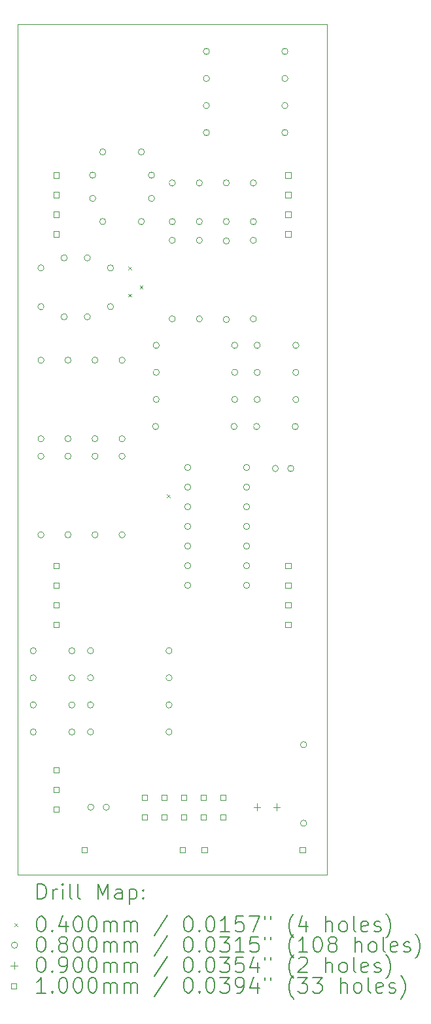
<source format=gbr>
%FSLAX45Y45*%
G04 Gerber Fmt 4.5, Leading zero omitted, Abs format (unit mm)*
G04 Created by KiCad (PCBNEW (6.0.1)) date 2022-02-10 17:34:40*
%MOMM*%
%LPD*%
G01*
G04 APERTURE LIST*
%TA.AperFunction,Profile*%
%ADD10C,0.050000*%
%TD*%
%ADD11C,0.200000*%
%ADD12C,0.040000*%
%ADD13C,0.080000*%
%ADD14C,0.090000*%
%ADD15C,0.100000*%
G04 APERTURE END LIST*
D10*
X7000000Y-3100000D02*
X7000000Y-14100000D01*
X3000000Y-3100000D02*
X3000000Y-14100000D01*
X3000000Y-3100000D02*
X7000000Y-3100000D01*
X3000000Y-14100000D02*
X7000000Y-14100000D01*
D11*
D12*
X4430000Y-6230000D02*
X4470000Y-6270000D01*
X4470000Y-6230000D02*
X4430000Y-6270000D01*
X4432998Y-6582998D02*
X4472998Y-6622998D01*
X4472998Y-6582998D02*
X4432998Y-6622998D01*
X4580000Y-6480000D02*
X4620000Y-6520000D01*
X4620000Y-6480000D02*
X4580000Y-6520000D01*
X4930000Y-9180000D02*
X4970000Y-9220000D01*
X4970000Y-9180000D02*
X4930000Y-9220000D01*
D13*
X3240000Y-11200000D02*
G75*
G03*
X3240000Y-11200000I-40000J0D01*
G01*
X3240000Y-11550000D02*
G75*
G03*
X3240000Y-11550000I-40000J0D01*
G01*
X3240000Y-11900000D02*
G75*
G03*
X3240000Y-11900000I-40000J0D01*
G01*
X3240000Y-12250000D02*
G75*
G03*
X3240000Y-12250000I-40000J0D01*
G01*
X3340000Y-6250000D02*
G75*
G03*
X3340000Y-6250000I-40000J0D01*
G01*
X3340000Y-6750000D02*
G75*
G03*
X3340000Y-6750000I-40000J0D01*
G01*
X3340000Y-7442000D02*
G75*
G03*
X3340000Y-7442000I-40000J0D01*
G01*
X3340000Y-8458000D02*
G75*
G03*
X3340000Y-8458000I-40000J0D01*
G01*
X3340000Y-8684000D02*
G75*
G03*
X3340000Y-8684000I-40000J0D01*
G01*
X3340000Y-9700000D02*
G75*
G03*
X3340000Y-9700000I-40000J0D01*
G01*
X3640000Y-6119000D02*
G75*
G03*
X3640000Y-6119000I-40000J0D01*
G01*
X3640000Y-6881000D02*
G75*
G03*
X3640000Y-6881000I-40000J0D01*
G01*
X3690000Y-7442000D02*
G75*
G03*
X3690000Y-7442000I-40000J0D01*
G01*
X3690000Y-8458000D02*
G75*
G03*
X3690000Y-8458000I-40000J0D01*
G01*
X3690000Y-8684000D02*
G75*
G03*
X3690000Y-8684000I-40000J0D01*
G01*
X3690000Y-9700000D02*
G75*
G03*
X3690000Y-9700000I-40000J0D01*
G01*
X3740000Y-11200000D02*
G75*
G03*
X3740000Y-11200000I-40000J0D01*
G01*
X3740000Y-11550000D02*
G75*
G03*
X3740000Y-11550000I-40000J0D01*
G01*
X3740000Y-11900000D02*
G75*
G03*
X3740000Y-11900000I-40000J0D01*
G01*
X3740000Y-12250000D02*
G75*
G03*
X3740000Y-12250000I-40000J0D01*
G01*
X3940000Y-6119000D02*
G75*
G03*
X3940000Y-6119000I-40000J0D01*
G01*
X3940000Y-6881000D02*
G75*
G03*
X3940000Y-6881000I-40000J0D01*
G01*
X3982000Y-11200000D02*
G75*
G03*
X3982000Y-11200000I-40000J0D01*
G01*
X3982000Y-11550000D02*
G75*
G03*
X3982000Y-11550000I-40000J0D01*
G01*
X3982000Y-11900000D02*
G75*
G03*
X3982000Y-11900000I-40000J0D01*
G01*
X3982000Y-12250000D02*
G75*
G03*
X3982000Y-12250000I-40000J0D01*
G01*
X3985511Y-13222500D02*
G75*
G03*
X3985511Y-13222500I-40000J0D01*
G01*
X4009000Y-5050000D02*
G75*
G03*
X4009000Y-5050000I-40000J0D01*
G01*
X4009000Y-5350000D02*
G75*
G03*
X4009000Y-5350000I-40000J0D01*
G01*
X4040000Y-7442000D02*
G75*
G03*
X4040000Y-7442000I-40000J0D01*
G01*
X4040000Y-8458000D02*
G75*
G03*
X4040000Y-8458000I-40000J0D01*
G01*
X4040000Y-8684000D02*
G75*
G03*
X4040000Y-8684000I-40000J0D01*
G01*
X4040000Y-9700000D02*
G75*
G03*
X4040000Y-9700000I-40000J0D01*
G01*
X4140000Y-4750000D02*
G75*
G03*
X4140000Y-4750000I-40000J0D01*
G01*
X4140000Y-5650000D02*
G75*
G03*
X4140000Y-5650000I-40000J0D01*
G01*
X4185511Y-13222500D02*
G75*
G03*
X4185511Y-13222500I-40000J0D01*
G01*
X4240000Y-6250000D02*
G75*
G03*
X4240000Y-6250000I-40000J0D01*
G01*
X4240000Y-6750000D02*
G75*
G03*
X4240000Y-6750000I-40000J0D01*
G01*
X4390000Y-7442000D02*
G75*
G03*
X4390000Y-7442000I-40000J0D01*
G01*
X4390000Y-8458000D02*
G75*
G03*
X4390000Y-8458000I-40000J0D01*
G01*
X4390000Y-8684000D02*
G75*
G03*
X4390000Y-8684000I-40000J0D01*
G01*
X4390000Y-9700000D02*
G75*
G03*
X4390000Y-9700000I-40000J0D01*
G01*
X4640000Y-4750000D02*
G75*
G03*
X4640000Y-4750000I-40000J0D01*
G01*
X4640000Y-5650000D02*
G75*
G03*
X4640000Y-5650000I-40000J0D01*
G01*
X4771000Y-5050000D02*
G75*
G03*
X4771000Y-5050000I-40000J0D01*
G01*
X4771000Y-5350000D02*
G75*
G03*
X4771000Y-5350000I-40000J0D01*
G01*
X4824000Y-8300000D02*
G75*
G03*
X4824000Y-8300000I-40000J0D01*
G01*
X4832000Y-7250000D02*
G75*
G03*
X4832000Y-7250000I-40000J0D01*
G01*
X4832000Y-7600000D02*
G75*
G03*
X4832000Y-7600000I-40000J0D01*
G01*
X4832000Y-7950000D02*
G75*
G03*
X4832000Y-7950000I-40000J0D01*
G01*
X4998000Y-11200000D02*
G75*
G03*
X4998000Y-11200000I-40000J0D01*
G01*
X4998000Y-11550000D02*
G75*
G03*
X4998000Y-11550000I-40000J0D01*
G01*
X4998000Y-11900000D02*
G75*
G03*
X4998000Y-11900000I-40000J0D01*
G01*
X4998000Y-12250000D02*
G75*
G03*
X4998000Y-12250000I-40000J0D01*
G01*
X5040000Y-5150000D02*
G75*
G03*
X5040000Y-5150000I-40000J0D01*
G01*
X5040000Y-5650000D02*
G75*
G03*
X5040000Y-5650000I-40000J0D01*
G01*
X5040000Y-5892000D02*
G75*
G03*
X5040000Y-5892000I-40000J0D01*
G01*
X5040000Y-6908000D02*
G75*
G03*
X5040000Y-6908000I-40000J0D01*
G01*
X5240000Y-8830000D02*
G75*
G03*
X5240000Y-8830000I-40000J0D01*
G01*
X5240000Y-9084000D02*
G75*
G03*
X5240000Y-9084000I-40000J0D01*
G01*
X5240000Y-9338000D02*
G75*
G03*
X5240000Y-9338000I-40000J0D01*
G01*
X5240000Y-9592000D02*
G75*
G03*
X5240000Y-9592000I-40000J0D01*
G01*
X5240000Y-9846000D02*
G75*
G03*
X5240000Y-9846000I-40000J0D01*
G01*
X5240000Y-10100000D02*
G75*
G03*
X5240000Y-10100000I-40000J0D01*
G01*
X5240000Y-10354000D02*
G75*
G03*
X5240000Y-10354000I-40000J0D01*
G01*
X5390000Y-5150000D02*
G75*
G03*
X5390000Y-5150000I-40000J0D01*
G01*
X5390000Y-5650000D02*
G75*
G03*
X5390000Y-5650000I-40000J0D01*
G01*
X5390000Y-5892000D02*
G75*
G03*
X5390000Y-5892000I-40000J0D01*
G01*
X5390000Y-6908000D02*
G75*
G03*
X5390000Y-6908000I-40000J0D01*
G01*
X5482000Y-3450000D02*
G75*
G03*
X5482000Y-3450000I-40000J0D01*
G01*
X5482000Y-3800000D02*
G75*
G03*
X5482000Y-3800000I-40000J0D01*
G01*
X5482000Y-4150000D02*
G75*
G03*
X5482000Y-4150000I-40000J0D01*
G01*
X5482000Y-4500000D02*
G75*
G03*
X5482000Y-4500000I-40000J0D01*
G01*
X5740000Y-5150000D02*
G75*
G03*
X5740000Y-5150000I-40000J0D01*
G01*
X5740000Y-5650000D02*
G75*
G03*
X5740000Y-5650000I-40000J0D01*
G01*
X5740000Y-5900000D02*
G75*
G03*
X5740000Y-5900000I-40000J0D01*
G01*
X5740000Y-6916000D02*
G75*
G03*
X5740000Y-6916000I-40000J0D01*
G01*
X5840000Y-8300000D02*
G75*
G03*
X5840000Y-8300000I-40000J0D01*
G01*
X5848000Y-7250000D02*
G75*
G03*
X5848000Y-7250000I-40000J0D01*
G01*
X5848000Y-7600000D02*
G75*
G03*
X5848000Y-7600000I-40000J0D01*
G01*
X5848000Y-7950000D02*
G75*
G03*
X5848000Y-7950000I-40000J0D01*
G01*
X6002000Y-8830000D02*
G75*
G03*
X6002000Y-8830000I-40000J0D01*
G01*
X6002000Y-9084000D02*
G75*
G03*
X6002000Y-9084000I-40000J0D01*
G01*
X6002000Y-9338000D02*
G75*
G03*
X6002000Y-9338000I-40000J0D01*
G01*
X6002000Y-9592000D02*
G75*
G03*
X6002000Y-9592000I-40000J0D01*
G01*
X6002000Y-9846000D02*
G75*
G03*
X6002000Y-9846000I-40000J0D01*
G01*
X6002000Y-10100000D02*
G75*
G03*
X6002000Y-10100000I-40000J0D01*
G01*
X6002000Y-10354000D02*
G75*
G03*
X6002000Y-10354000I-40000J0D01*
G01*
X6090000Y-5150000D02*
G75*
G03*
X6090000Y-5150000I-40000J0D01*
G01*
X6090000Y-5650000D02*
G75*
G03*
X6090000Y-5650000I-40000J0D01*
G01*
X6090000Y-5892000D02*
G75*
G03*
X6090000Y-5892000I-40000J0D01*
G01*
X6090000Y-6908000D02*
G75*
G03*
X6090000Y-6908000I-40000J0D01*
G01*
X6132000Y-8300000D02*
G75*
G03*
X6132000Y-8300000I-40000J0D01*
G01*
X6140000Y-7250000D02*
G75*
G03*
X6140000Y-7250000I-40000J0D01*
G01*
X6140000Y-7600000D02*
G75*
G03*
X6140000Y-7600000I-40000J0D01*
G01*
X6140000Y-7950000D02*
G75*
G03*
X6140000Y-7950000I-40000J0D01*
G01*
X6374489Y-8842500D02*
G75*
G03*
X6374489Y-8842500I-40000J0D01*
G01*
X6498000Y-3450000D02*
G75*
G03*
X6498000Y-3450000I-40000J0D01*
G01*
X6498000Y-3800000D02*
G75*
G03*
X6498000Y-3800000I-40000J0D01*
G01*
X6498000Y-4150000D02*
G75*
G03*
X6498000Y-4150000I-40000J0D01*
G01*
X6498000Y-4500000D02*
G75*
G03*
X6498000Y-4500000I-40000J0D01*
G01*
X6574489Y-8842500D02*
G75*
G03*
X6574489Y-8842500I-40000J0D01*
G01*
X6632000Y-8300000D02*
G75*
G03*
X6632000Y-8300000I-40000J0D01*
G01*
X6640000Y-7250000D02*
G75*
G03*
X6640000Y-7250000I-40000J0D01*
G01*
X6640000Y-7600000D02*
G75*
G03*
X6640000Y-7600000I-40000J0D01*
G01*
X6640000Y-7950000D02*
G75*
G03*
X6640000Y-7950000I-40000J0D01*
G01*
X6740000Y-12414500D02*
G75*
G03*
X6740000Y-12414500I-40000J0D01*
G01*
X6740000Y-13430500D02*
G75*
G03*
X6740000Y-13430500I-40000J0D01*
G01*
D14*
X6096000Y-13177500D02*
X6096000Y-13267500D01*
X6051000Y-13222500D02*
X6141000Y-13222500D01*
X6350000Y-13177500D02*
X6350000Y-13267500D01*
X6305000Y-13222500D02*
X6395000Y-13222500D01*
D15*
X3535356Y-5085356D02*
X3535356Y-5014644D01*
X3464644Y-5014644D01*
X3464644Y-5085356D01*
X3535356Y-5085356D01*
X3535356Y-5339356D02*
X3535356Y-5268644D01*
X3464644Y-5268644D01*
X3464644Y-5339356D01*
X3535356Y-5339356D01*
X3535356Y-5593356D02*
X3535356Y-5522644D01*
X3464644Y-5522644D01*
X3464644Y-5593356D01*
X3535356Y-5593356D01*
X3535356Y-5847356D02*
X3535356Y-5776644D01*
X3464644Y-5776644D01*
X3464644Y-5847356D01*
X3535356Y-5847356D01*
X3535356Y-10135356D02*
X3535356Y-10064644D01*
X3464644Y-10064644D01*
X3464644Y-10135356D01*
X3535356Y-10135356D01*
X3535356Y-10389356D02*
X3535356Y-10318644D01*
X3464644Y-10318644D01*
X3464644Y-10389356D01*
X3535356Y-10389356D01*
X3535356Y-10643356D02*
X3535356Y-10572644D01*
X3464644Y-10572644D01*
X3464644Y-10643356D01*
X3535356Y-10643356D01*
X3535356Y-10897356D02*
X3535356Y-10826644D01*
X3464644Y-10826644D01*
X3464644Y-10897356D01*
X3535356Y-10897356D01*
X3535356Y-12777356D02*
X3535356Y-12706644D01*
X3464644Y-12706644D01*
X3464644Y-12777356D01*
X3535356Y-12777356D01*
X3535356Y-13031356D02*
X3535356Y-12960644D01*
X3464644Y-12960644D01*
X3464644Y-13031356D01*
X3535356Y-13031356D01*
X3535356Y-13285356D02*
X3535356Y-13214644D01*
X3464644Y-13214644D01*
X3464644Y-13285356D01*
X3535356Y-13285356D01*
X3900356Y-13807856D02*
X3900356Y-13737144D01*
X3829644Y-13737144D01*
X3829644Y-13807856D01*
X3900356Y-13807856D01*
X4676856Y-13131356D02*
X4676856Y-13060644D01*
X4606144Y-13060644D01*
X4606144Y-13131356D01*
X4676856Y-13131356D01*
X4676856Y-13385356D02*
X4676856Y-13314644D01*
X4606144Y-13314644D01*
X4606144Y-13385356D01*
X4676856Y-13385356D01*
X4930856Y-13131356D02*
X4930856Y-13060644D01*
X4860144Y-13060644D01*
X4860144Y-13131356D01*
X4930856Y-13131356D01*
X4930856Y-13385356D02*
X4930856Y-13314644D01*
X4860144Y-13314644D01*
X4860144Y-13385356D01*
X4930856Y-13385356D01*
X5170356Y-13807856D02*
X5170356Y-13737144D01*
X5099644Y-13737144D01*
X5099644Y-13807856D01*
X5170356Y-13807856D01*
X5184856Y-13131356D02*
X5184856Y-13060644D01*
X5114144Y-13060644D01*
X5114144Y-13131356D01*
X5184856Y-13131356D01*
X5184856Y-13385356D02*
X5184856Y-13314644D01*
X5114144Y-13314644D01*
X5114144Y-13385356D01*
X5184856Y-13385356D01*
X5438856Y-13131356D02*
X5438856Y-13060644D01*
X5368144Y-13060644D01*
X5368144Y-13131356D01*
X5438856Y-13131356D01*
X5438856Y-13385356D02*
X5438856Y-13314644D01*
X5368144Y-13314644D01*
X5368144Y-13385356D01*
X5438856Y-13385356D01*
X5450356Y-13807856D02*
X5450356Y-13737144D01*
X5379644Y-13737144D01*
X5379644Y-13807856D01*
X5450356Y-13807856D01*
X5692856Y-13131356D02*
X5692856Y-13060644D01*
X5622144Y-13060644D01*
X5622144Y-13131356D01*
X5692856Y-13131356D01*
X5692856Y-13385356D02*
X5692856Y-13314644D01*
X5622144Y-13314644D01*
X5622144Y-13385356D01*
X5692856Y-13385356D01*
X6535356Y-5085356D02*
X6535356Y-5014644D01*
X6464644Y-5014644D01*
X6464644Y-5085356D01*
X6535356Y-5085356D01*
X6535356Y-5339356D02*
X6535356Y-5268644D01*
X6464644Y-5268644D01*
X6464644Y-5339356D01*
X6535356Y-5339356D01*
X6535356Y-5593356D02*
X6535356Y-5522644D01*
X6464644Y-5522644D01*
X6464644Y-5593356D01*
X6535356Y-5593356D01*
X6535356Y-5847356D02*
X6535356Y-5776644D01*
X6464644Y-5776644D01*
X6464644Y-5847356D01*
X6535356Y-5847356D01*
X6535356Y-10135356D02*
X6535356Y-10064644D01*
X6464644Y-10064644D01*
X6464644Y-10135356D01*
X6535356Y-10135356D01*
X6535356Y-10389356D02*
X6535356Y-10318644D01*
X6464644Y-10318644D01*
X6464644Y-10389356D01*
X6535356Y-10389356D01*
X6535356Y-10643356D02*
X6535356Y-10572644D01*
X6464644Y-10572644D01*
X6464644Y-10643356D01*
X6535356Y-10643356D01*
X6535356Y-10897356D02*
X6535356Y-10826644D01*
X6464644Y-10826644D01*
X6464644Y-10897356D01*
X6535356Y-10897356D01*
X6720356Y-13807856D02*
X6720356Y-13737144D01*
X6649644Y-13737144D01*
X6649644Y-13807856D01*
X6720356Y-13807856D01*
D11*
X3255119Y-14412976D02*
X3255119Y-14212976D01*
X3302738Y-14212976D01*
X3331309Y-14222500D01*
X3350357Y-14241548D01*
X3359881Y-14260595D01*
X3369405Y-14298690D01*
X3369405Y-14327262D01*
X3359881Y-14365357D01*
X3350357Y-14384405D01*
X3331309Y-14403452D01*
X3302738Y-14412976D01*
X3255119Y-14412976D01*
X3455119Y-14412976D02*
X3455119Y-14279643D01*
X3455119Y-14317738D02*
X3464643Y-14298690D01*
X3474167Y-14289167D01*
X3493214Y-14279643D01*
X3512262Y-14279643D01*
X3578928Y-14412976D02*
X3578928Y-14279643D01*
X3578928Y-14212976D02*
X3569405Y-14222500D01*
X3578928Y-14232024D01*
X3588452Y-14222500D01*
X3578928Y-14212976D01*
X3578928Y-14232024D01*
X3702738Y-14412976D02*
X3683690Y-14403452D01*
X3674167Y-14384405D01*
X3674167Y-14212976D01*
X3807500Y-14412976D02*
X3788452Y-14403452D01*
X3778928Y-14384405D01*
X3778928Y-14212976D01*
X4036071Y-14412976D02*
X4036071Y-14212976D01*
X4102738Y-14355833D01*
X4169405Y-14212976D01*
X4169405Y-14412976D01*
X4350357Y-14412976D02*
X4350357Y-14308214D01*
X4340833Y-14289167D01*
X4321786Y-14279643D01*
X4283690Y-14279643D01*
X4264643Y-14289167D01*
X4350357Y-14403452D02*
X4331310Y-14412976D01*
X4283690Y-14412976D01*
X4264643Y-14403452D01*
X4255119Y-14384405D01*
X4255119Y-14365357D01*
X4264643Y-14346309D01*
X4283690Y-14336786D01*
X4331310Y-14336786D01*
X4350357Y-14327262D01*
X4445595Y-14279643D02*
X4445595Y-14479643D01*
X4445595Y-14289167D02*
X4464643Y-14279643D01*
X4502738Y-14279643D01*
X4521786Y-14289167D01*
X4531310Y-14298690D01*
X4540833Y-14317738D01*
X4540833Y-14374881D01*
X4531310Y-14393928D01*
X4521786Y-14403452D01*
X4502738Y-14412976D01*
X4464643Y-14412976D01*
X4445595Y-14403452D01*
X4626548Y-14393928D02*
X4636071Y-14403452D01*
X4626548Y-14412976D01*
X4617024Y-14403452D01*
X4626548Y-14393928D01*
X4626548Y-14412976D01*
X4626548Y-14289167D02*
X4636071Y-14298690D01*
X4626548Y-14308214D01*
X4617024Y-14298690D01*
X4626548Y-14289167D01*
X4626548Y-14308214D01*
D12*
X2957500Y-14722500D02*
X2997500Y-14762500D01*
X2997500Y-14722500D02*
X2957500Y-14762500D01*
D11*
X3293214Y-14632976D02*
X3312262Y-14632976D01*
X3331309Y-14642500D01*
X3340833Y-14652024D01*
X3350357Y-14671071D01*
X3359881Y-14709167D01*
X3359881Y-14756786D01*
X3350357Y-14794881D01*
X3340833Y-14813928D01*
X3331309Y-14823452D01*
X3312262Y-14832976D01*
X3293214Y-14832976D01*
X3274167Y-14823452D01*
X3264643Y-14813928D01*
X3255119Y-14794881D01*
X3245595Y-14756786D01*
X3245595Y-14709167D01*
X3255119Y-14671071D01*
X3264643Y-14652024D01*
X3274167Y-14642500D01*
X3293214Y-14632976D01*
X3445595Y-14813928D02*
X3455119Y-14823452D01*
X3445595Y-14832976D01*
X3436071Y-14823452D01*
X3445595Y-14813928D01*
X3445595Y-14832976D01*
X3626548Y-14699643D02*
X3626548Y-14832976D01*
X3578928Y-14623452D02*
X3531309Y-14766309D01*
X3655119Y-14766309D01*
X3769405Y-14632976D02*
X3788452Y-14632976D01*
X3807500Y-14642500D01*
X3817024Y-14652024D01*
X3826548Y-14671071D01*
X3836071Y-14709167D01*
X3836071Y-14756786D01*
X3826548Y-14794881D01*
X3817024Y-14813928D01*
X3807500Y-14823452D01*
X3788452Y-14832976D01*
X3769405Y-14832976D01*
X3750357Y-14823452D01*
X3740833Y-14813928D01*
X3731309Y-14794881D01*
X3721786Y-14756786D01*
X3721786Y-14709167D01*
X3731309Y-14671071D01*
X3740833Y-14652024D01*
X3750357Y-14642500D01*
X3769405Y-14632976D01*
X3959881Y-14632976D02*
X3978928Y-14632976D01*
X3997976Y-14642500D01*
X4007500Y-14652024D01*
X4017024Y-14671071D01*
X4026548Y-14709167D01*
X4026548Y-14756786D01*
X4017024Y-14794881D01*
X4007500Y-14813928D01*
X3997976Y-14823452D01*
X3978928Y-14832976D01*
X3959881Y-14832976D01*
X3940833Y-14823452D01*
X3931309Y-14813928D01*
X3921786Y-14794881D01*
X3912262Y-14756786D01*
X3912262Y-14709167D01*
X3921786Y-14671071D01*
X3931309Y-14652024D01*
X3940833Y-14642500D01*
X3959881Y-14632976D01*
X4112262Y-14832976D02*
X4112262Y-14699643D01*
X4112262Y-14718690D02*
X4121786Y-14709167D01*
X4140833Y-14699643D01*
X4169405Y-14699643D01*
X4188452Y-14709167D01*
X4197976Y-14728214D01*
X4197976Y-14832976D01*
X4197976Y-14728214D02*
X4207500Y-14709167D01*
X4226548Y-14699643D01*
X4255119Y-14699643D01*
X4274167Y-14709167D01*
X4283690Y-14728214D01*
X4283690Y-14832976D01*
X4378929Y-14832976D02*
X4378929Y-14699643D01*
X4378929Y-14718690D02*
X4388452Y-14709167D01*
X4407500Y-14699643D01*
X4436071Y-14699643D01*
X4455119Y-14709167D01*
X4464643Y-14728214D01*
X4464643Y-14832976D01*
X4464643Y-14728214D02*
X4474167Y-14709167D01*
X4493214Y-14699643D01*
X4521786Y-14699643D01*
X4540833Y-14709167D01*
X4550357Y-14728214D01*
X4550357Y-14832976D01*
X4940833Y-14623452D02*
X4769405Y-14880595D01*
X5197976Y-14632976D02*
X5217024Y-14632976D01*
X5236071Y-14642500D01*
X5245595Y-14652024D01*
X5255119Y-14671071D01*
X5264643Y-14709167D01*
X5264643Y-14756786D01*
X5255119Y-14794881D01*
X5245595Y-14813928D01*
X5236071Y-14823452D01*
X5217024Y-14832976D01*
X5197976Y-14832976D01*
X5178929Y-14823452D01*
X5169405Y-14813928D01*
X5159881Y-14794881D01*
X5150357Y-14756786D01*
X5150357Y-14709167D01*
X5159881Y-14671071D01*
X5169405Y-14652024D01*
X5178929Y-14642500D01*
X5197976Y-14632976D01*
X5350357Y-14813928D02*
X5359881Y-14823452D01*
X5350357Y-14832976D01*
X5340833Y-14823452D01*
X5350357Y-14813928D01*
X5350357Y-14832976D01*
X5483690Y-14632976D02*
X5502738Y-14632976D01*
X5521786Y-14642500D01*
X5531310Y-14652024D01*
X5540833Y-14671071D01*
X5550357Y-14709167D01*
X5550357Y-14756786D01*
X5540833Y-14794881D01*
X5531310Y-14813928D01*
X5521786Y-14823452D01*
X5502738Y-14832976D01*
X5483690Y-14832976D01*
X5464643Y-14823452D01*
X5455119Y-14813928D01*
X5445595Y-14794881D01*
X5436071Y-14756786D01*
X5436071Y-14709167D01*
X5445595Y-14671071D01*
X5455119Y-14652024D01*
X5464643Y-14642500D01*
X5483690Y-14632976D01*
X5740833Y-14832976D02*
X5626548Y-14832976D01*
X5683690Y-14832976D02*
X5683690Y-14632976D01*
X5664643Y-14661548D01*
X5645595Y-14680595D01*
X5626548Y-14690119D01*
X5921786Y-14632976D02*
X5826548Y-14632976D01*
X5817024Y-14728214D01*
X5826548Y-14718690D01*
X5845595Y-14709167D01*
X5893214Y-14709167D01*
X5912262Y-14718690D01*
X5921786Y-14728214D01*
X5931309Y-14747262D01*
X5931309Y-14794881D01*
X5921786Y-14813928D01*
X5912262Y-14823452D01*
X5893214Y-14832976D01*
X5845595Y-14832976D01*
X5826548Y-14823452D01*
X5817024Y-14813928D01*
X5997976Y-14632976D02*
X6131309Y-14632976D01*
X6045595Y-14832976D01*
X6197976Y-14632976D02*
X6197976Y-14671071D01*
X6274167Y-14632976D02*
X6274167Y-14671071D01*
X6569405Y-14909167D02*
X6559881Y-14899643D01*
X6540833Y-14871071D01*
X6531309Y-14852024D01*
X6521786Y-14823452D01*
X6512262Y-14775833D01*
X6512262Y-14737738D01*
X6521786Y-14690119D01*
X6531309Y-14661548D01*
X6540833Y-14642500D01*
X6559881Y-14613928D01*
X6569405Y-14604405D01*
X6731309Y-14699643D02*
X6731309Y-14832976D01*
X6683690Y-14623452D02*
X6636071Y-14766309D01*
X6759881Y-14766309D01*
X6988452Y-14832976D02*
X6988452Y-14632976D01*
X7074167Y-14832976D02*
X7074167Y-14728214D01*
X7064643Y-14709167D01*
X7045595Y-14699643D01*
X7017024Y-14699643D01*
X6997976Y-14709167D01*
X6988452Y-14718690D01*
X7197976Y-14832976D02*
X7178928Y-14823452D01*
X7169405Y-14813928D01*
X7159881Y-14794881D01*
X7159881Y-14737738D01*
X7169405Y-14718690D01*
X7178928Y-14709167D01*
X7197976Y-14699643D01*
X7226548Y-14699643D01*
X7245595Y-14709167D01*
X7255119Y-14718690D01*
X7264643Y-14737738D01*
X7264643Y-14794881D01*
X7255119Y-14813928D01*
X7245595Y-14823452D01*
X7226548Y-14832976D01*
X7197976Y-14832976D01*
X7378928Y-14832976D02*
X7359881Y-14823452D01*
X7350357Y-14804405D01*
X7350357Y-14632976D01*
X7531309Y-14823452D02*
X7512262Y-14832976D01*
X7474167Y-14832976D01*
X7455119Y-14823452D01*
X7445595Y-14804405D01*
X7445595Y-14728214D01*
X7455119Y-14709167D01*
X7474167Y-14699643D01*
X7512262Y-14699643D01*
X7531309Y-14709167D01*
X7540833Y-14728214D01*
X7540833Y-14747262D01*
X7445595Y-14766309D01*
X7617024Y-14823452D02*
X7636071Y-14832976D01*
X7674167Y-14832976D01*
X7693214Y-14823452D01*
X7702738Y-14804405D01*
X7702738Y-14794881D01*
X7693214Y-14775833D01*
X7674167Y-14766309D01*
X7645595Y-14766309D01*
X7626548Y-14756786D01*
X7617024Y-14737738D01*
X7617024Y-14728214D01*
X7626548Y-14709167D01*
X7645595Y-14699643D01*
X7674167Y-14699643D01*
X7693214Y-14709167D01*
X7769405Y-14909167D02*
X7778928Y-14899643D01*
X7797976Y-14871071D01*
X7807500Y-14852024D01*
X7817024Y-14823452D01*
X7826548Y-14775833D01*
X7826548Y-14737738D01*
X7817024Y-14690119D01*
X7807500Y-14661548D01*
X7797976Y-14642500D01*
X7778928Y-14613928D01*
X7769405Y-14604405D01*
D13*
X2997500Y-15006500D02*
G75*
G03*
X2997500Y-15006500I-40000J0D01*
G01*
D11*
X3293214Y-14896976D02*
X3312262Y-14896976D01*
X3331309Y-14906500D01*
X3340833Y-14916024D01*
X3350357Y-14935071D01*
X3359881Y-14973167D01*
X3359881Y-15020786D01*
X3350357Y-15058881D01*
X3340833Y-15077928D01*
X3331309Y-15087452D01*
X3312262Y-15096976D01*
X3293214Y-15096976D01*
X3274167Y-15087452D01*
X3264643Y-15077928D01*
X3255119Y-15058881D01*
X3245595Y-15020786D01*
X3245595Y-14973167D01*
X3255119Y-14935071D01*
X3264643Y-14916024D01*
X3274167Y-14906500D01*
X3293214Y-14896976D01*
X3445595Y-15077928D02*
X3455119Y-15087452D01*
X3445595Y-15096976D01*
X3436071Y-15087452D01*
X3445595Y-15077928D01*
X3445595Y-15096976D01*
X3569405Y-14982690D02*
X3550357Y-14973167D01*
X3540833Y-14963643D01*
X3531309Y-14944595D01*
X3531309Y-14935071D01*
X3540833Y-14916024D01*
X3550357Y-14906500D01*
X3569405Y-14896976D01*
X3607500Y-14896976D01*
X3626548Y-14906500D01*
X3636071Y-14916024D01*
X3645595Y-14935071D01*
X3645595Y-14944595D01*
X3636071Y-14963643D01*
X3626548Y-14973167D01*
X3607500Y-14982690D01*
X3569405Y-14982690D01*
X3550357Y-14992214D01*
X3540833Y-15001738D01*
X3531309Y-15020786D01*
X3531309Y-15058881D01*
X3540833Y-15077928D01*
X3550357Y-15087452D01*
X3569405Y-15096976D01*
X3607500Y-15096976D01*
X3626548Y-15087452D01*
X3636071Y-15077928D01*
X3645595Y-15058881D01*
X3645595Y-15020786D01*
X3636071Y-15001738D01*
X3626548Y-14992214D01*
X3607500Y-14982690D01*
X3769405Y-14896976D02*
X3788452Y-14896976D01*
X3807500Y-14906500D01*
X3817024Y-14916024D01*
X3826548Y-14935071D01*
X3836071Y-14973167D01*
X3836071Y-15020786D01*
X3826548Y-15058881D01*
X3817024Y-15077928D01*
X3807500Y-15087452D01*
X3788452Y-15096976D01*
X3769405Y-15096976D01*
X3750357Y-15087452D01*
X3740833Y-15077928D01*
X3731309Y-15058881D01*
X3721786Y-15020786D01*
X3721786Y-14973167D01*
X3731309Y-14935071D01*
X3740833Y-14916024D01*
X3750357Y-14906500D01*
X3769405Y-14896976D01*
X3959881Y-14896976D02*
X3978928Y-14896976D01*
X3997976Y-14906500D01*
X4007500Y-14916024D01*
X4017024Y-14935071D01*
X4026548Y-14973167D01*
X4026548Y-15020786D01*
X4017024Y-15058881D01*
X4007500Y-15077928D01*
X3997976Y-15087452D01*
X3978928Y-15096976D01*
X3959881Y-15096976D01*
X3940833Y-15087452D01*
X3931309Y-15077928D01*
X3921786Y-15058881D01*
X3912262Y-15020786D01*
X3912262Y-14973167D01*
X3921786Y-14935071D01*
X3931309Y-14916024D01*
X3940833Y-14906500D01*
X3959881Y-14896976D01*
X4112262Y-15096976D02*
X4112262Y-14963643D01*
X4112262Y-14982690D02*
X4121786Y-14973167D01*
X4140833Y-14963643D01*
X4169405Y-14963643D01*
X4188452Y-14973167D01*
X4197976Y-14992214D01*
X4197976Y-15096976D01*
X4197976Y-14992214D02*
X4207500Y-14973167D01*
X4226548Y-14963643D01*
X4255119Y-14963643D01*
X4274167Y-14973167D01*
X4283690Y-14992214D01*
X4283690Y-15096976D01*
X4378929Y-15096976D02*
X4378929Y-14963643D01*
X4378929Y-14982690D02*
X4388452Y-14973167D01*
X4407500Y-14963643D01*
X4436071Y-14963643D01*
X4455119Y-14973167D01*
X4464643Y-14992214D01*
X4464643Y-15096976D01*
X4464643Y-14992214D02*
X4474167Y-14973167D01*
X4493214Y-14963643D01*
X4521786Y-14963643D01*
X4540833Y-14973167D01*
X4550357Y-14992214D01*
X4550357Y-15096976D01*
X4940833Y-14887452D02*
X4769405Y-15144595D01*
X5197976Y-14896976D02*
X5217024Y-14896976D01*
X5236071Y-14906500D01*
X5245595Y-14916024D01*
X5255119Y-14935071D01*
X5264643Y-14973167D01*
X5264643Y-15020786D01*
X5255119Y-15058881D01*
X5245595Y-15077928D01*
X5236071Y-15087452D01*
X5217024Y-15096976D01*
X5197976Y-15096976D01*
X5178929Y-15087452D01*
X5169405Y-15077928D01*
X5159881Y-15058881D01*
X5150357Y-15020786D01*
X5150357Y-14973167D01*
X5159881Y-14935071D01*
X5169405Y-14916024D01*
X5178929Y-14906500D01*
X5197976Y-14896976D01*
X5350357Y-15077928D02*
X5359881Y-15087452D01*
X5350357Y-15096976D01*
X5340833Y-15087452D01*
X5350357Y-15077928D01*
X5350357Y-15096976D01*
X5483690Y-14896976D02*
X5502738Y-14896976D01*
X5521786Y-14906500D01*
X5531310Y-14916024D01*
X5540833Y-14935071D01*
X5550357Y-14973167D01*
X5550357Y-15020786D01*
X5540833Y-15058881D01*
X5531310Y-15077928D01*
X5521786Y-15087452D01*
X5502738Y-15096976D01*
X5483690Y-15096976D01*
X5464643Y-15087452D01*
X5455119Y-15077928D01*
X5445595Y-15058881D01*
X5436071Y-15020786D01*
X5436071Y-14973167D01*
X5445595Y-14935071D01*
X5455119Y-14916024D01*
X5464643Y-14906500D01*
X5483690Y-14896976D01*
X5617024Y-14896976D02*
X5740833Y-14896976D01*
X5674167Y-14973167D01*
X5702738Y-14973167D01*
X5721786Y-14982690D01*
X5731309Y-14992214D01*
X5740833Y-15011262D01*
X5740833Y-15058881D01*
X5731309Y-15077928D01*
X5721786Y-15087452D01*
X5702738Y-15096976D01*
X5645595Y-15096976D01*
X5626548Y-15087452D01*
X5617024Y-15077928D01*
X5931309Y-15096976D02*
X5817024Y-15096976D01*
X5874167Y-15096976D02*
X5874167Y-14896976D01*
X5855119Y-14925548D01*
X5836071Y-14944595D01*
X5817024Y-14954119D01*
X6112262Y-14896976D02*
X6017024Y-14896976D01*
X6007500Y-14992214D01*
X6017024Y-14982690D01*
X6036071Y-14973167D01*
X6083690Y-14973167D01*
X6102738Y-14982690D01*
X6112262Y-14992214D01*
X6121786Y-15011262D01*
X6121786Y-15058881D01*
X6112262Y-15077928D01*
X6102738Y-15087452D01*
X6083690Y-15096976D01*
X6036071Y-15096976D01*
X6017024Y-15087452D01*
X6007500Y-15077928D01*
X6197976Y-14896976D02*
X6197976Y-14935071D01*
X6274167Y-14896976D02*
X6274167Y-14935071D01*
X6569405Y-15173167D02*
X6559881Y-15163643D01*
X6540833Y-15135071D01*
X6531309Y-15116024D01*
X6521786Y-15087452D01*
X6512262Y-15039833D01*
X6512262Y-15001738D01*
X6521786Y-14954119D01*
X6531309Y-14925548D01*
X6540833Y-14906500D01*
X6559881Y-14877928D01*
X6569405Y-14868405D01*
X6750357Y-15096976D02*
X6636071Y-15096976D01*
X6693214Y-15096976D02*
X6693214Y-14896976D01*
X6674167Y-14925548D01*
X6655119Y-14944595D01*
X6636071Y-14954119D01*
X6874167Y-14896976D02*
X6893214Y-14896976D01*
X6912262Y-14906500D01*
X6921786Y-14916024D01*
X6931309Y-14935071D01*
X6940833Y-14973167D01*
X6940833Y-15020786D01*
X6931309Y-15058881D01*
X6921786Y-15077928D01*
X6912262Y-15087452D01*
X6893214Y-15096976D01*
X6874167Y-15096976D01*
X6855119Y-15087452D01*
X6845595Y-15077928D01*
X6836071Y-15058881D01*
X6826548Y-15020786D01*
X6826548Y-14973167D01*
X6836071Y-14935071D01*
X6845595Y-14916024D01*
X6855119Y-14906500D01*
X6874167Y-14896976D01*
X7055119Y-14982690D02*
X7036071Y-14973167D01*
X7026548Y-14963643D01*
X7017024Y-14944595D01*
X7017024Y-14935071D01*
X7026548Y-14916024D01*
X7036071Y-14906500D01*
X7055119Y-14896976D01*
X7093214Y-14896976D01*
X7112262Y-14906500D01*
X7121786Y-14916024D01*
X7131309Y-14935071D01*
X7131309Y-14944595D01*
X7121786Y-14963643D01*
X7112262Y-14973167D01*
X7093214Y-14982690D01*
X7055119Y-14982690D01*
X7036071Y-14992214D01*
X7026548Y-15001738D01*
X7017024Y-15020786D01*
X7017024Y-15058881D01*
X7026548Y-15077928D01*
X7036071Y-15087452D01*
X7055119Y-15096976D01*
X7093214Y-15096976D01*
X7112262Y-15087452D01*
X7121786Y-15077928D01*
X7131309Y-15058881D01*
X7131309Y-15020786D01*
X7121786Y-15001738D01*
X7112262Y-14992214D01*
X7093214Y-14982690D01*
X7369405Y-15096976D02*
X7369405Y-14896976D01*
X7455119Y-15096976D02*
X7455119Y-14992214D01*
X7445595Y-14973167D01*
X7426548Y-14963643D01*
X7397976Y-14963643D01*
X7378928Y-14973167D01*
X7369405Y-14982690D01*
X7578928Y-15096976D02*
X7559881Y-15087452D01*
X7550357Y-15077928D01*
X7540833Y-15058881D01*
X7540833Y-15001738D01*
X7550357Y-14982690D01*
X7559881Y-14973167D01*
X7578928Y-14963643D01*
X7607500Y-14963643D01*
X7626548Y-14973167D01*
X7636071Y-14982690D01*
X7645595Y-15001738D01*
X7645595Y-15058881D01*
X7636071Y-15077928D01*
X7626548Y-15087452D01*
X7607500Y-15096976D01*
X7578928Y-15096976D01*
X7759881Y-15096976D02*
X7740833Y-15087452D01*
X7731309Y-15068405D01*
X7731309Y-14896976D01*
X7912262Y-15087452D02*
X7893214Y-15096976D01*
X7855119Y-15096976D01*
X7836071Y-15087452D01*
X7826548Y-15068405D01*
X7826548Y-14992214D01*
X7836071Y-14973167D01*
X7855119Y-14963643D01*
X7893214Y-14963643D01*
X7912262Y-14973167D01*
X7921786Y-14992214D01*
X7921786Y-15011262D01*
X7826548Y-15030309D01*
X7997976Y-15087452D02*
X8017024Y-15096976D01*
X8055119Y-15096976D01*
X8074167Y-15087452D01*
X8083690Y-15068405D01*
X8083690Y-15058881D01*
X8074167Y-15039833D01*
X8055119Y-15030309D01*
X8026548Y-15030309D01*
X8007500Y-15020786D01*
X7997976Y-15001738D01*
X7997976Y-14992214D01*
X8007500Y-14973167D01*
X8026548Y-14963643D01*
X8055119Y-14963643D01*
X8074167Y-14973167D01*
X8150357Y-15173167D02*
X8159881Y-15163643D01*
X8178928Y-15135071D01*
X8188452Y-15116024D01*
X8197976Y-15087452D01*
X8207500Y-15039833D01*
X8207500Y-15001738D01*
X8197976Y-14954119D01*
X8188452Y-14925548D01*
X8178928Y-14906500D01*
X8159881Y-14877928D01*
X8150357Y-14868405D01*
D14*
X2952500Y-15225500D02*
X2952500Y-15315500D01*
X2907500Y-15270500D02*
X2997500Y-15270500D01*
D11*
X3293214Y-15160976D02*
X3312262Y-15160976D01*
X3331309Y-15170500D01*
X3340833Y-15180024D01*
X3350357Y-15199071D01*
X3359881Y-15237167D01*
X3359881Y-15284786D01*
X3350357Y-15322881D01*
X3340833Y-15341928D01*
X3331309Y-15351452D01*
X3312262Y-15360976D01*
X3293214Y-15360976D01*
X3274167Y-15351452D01*
X3264643Y-15341928D01*
X3255119Y-15322881D01*
X3245595Y-15284786D01*
X3245595Y-15237167D01*
X3255119Y-15199071D01*
X3264643Y-15180024D01*
X3274167Y-15170500D01*
X3293214Y-15160976D01*
X3445595Y-15341928D02*
X3455119Y-15351452D01*
X3445595Y-15360976D01*
X3436071Y-15351452D01*
X3445595Y-15341928D01*
X3445595Y-15360976D01*
X3550357Y-15360976D02*
X3588452Y-15360976D01*
X3607500Y-15351452D01*
X3617024Y-15341928D01*
X3636071Y-15313357D01*
X3645595Y-15275262D01*
X3645595Y-15199071D01*
X3636071Y-15180024D01*
X3626548Y-15170500D01*
X3607500Y-15160976D01*
X3569405Y-15160976D01*
X3550357Y-15170500D01*
X3540833Y-15180024D01*
X3531309Y-15199071D01*
X3531309Y-15246690D01*
X3540833Y-15265738D01*
X3550357Y-15275262D01*
X3569405Y-15284786D01*
X3607500Y-15284786D01*
X3626548Y-15275262D01*
X3636071Y-15265738D01*
X3645595Y-15246690D01*
X3769405Y-15160976D02*
X3788452Y-15160976D01*
X3807500Y-15170500D01*
X3817024Y-15180024D01*
X3826548Y-15199071D01*
X3836071Y-15237167D01*
X3836071Y-15284786D01*
X3826548Y-15322881D01*
X3817024Y-15341928D01*
X3807500Y-15351452D01*
X3788452Y-15360976D01*
X3769405Y-15360976D01*
X3750357Y-15351452D01*
X3740833Y-15341928D01*
X3731309Y-15322881D01*
X3721786Y-15284786D01*
X3721786Y-15237167D01*
X3731309Y-15199071D01*
X3740833Y-15180024D01*
X3750357Y-15170500D01*
X3769405Y-15160976D01*
X3959881Y-15160976D02*
X3978928Y-15160976D01*
X3997976Y-15170500D01*
X4007500Y-15180024D01*
X4017024Y-15199071D01*
X4026548Y-15237167D01*
X4026548Y-15284786D01*
X4017024Y-15322881D01*
X4007500Y-15341928D01*
X3997976Y-15351452D01*
X3978928Y-15360976D01*
X3959881Y-15360976D01*
X3940833Y-15351452D01*
X3931309Y-15341928D01*
X3921786Y-15322881D01*
X3912262Y-15284786D01*
X3912262Y-15237167D01*
X3921786Y-15199071D01*
X3931309Y-15180024D01*
X3940833Y-15170500D01*
X3959881Y-15160976D01*
X4112262Y-15360976D02*
X4112262Y-15227643D01*
X4112262Y-15246690D02*
X4121786Y-15237167D01*
X4140833Y-15227643D01*
X4169405Y-15227643D01*
X4188452Y-15237167D01*
X4197976Y-15256214D01*
X4197976Y-15360976D01*
X4197976Y-15256214D02*
X4207500Y-15237167D01*
X4226548Y-15227643D01*
X4255119Y-15227643D01*
X4274167Y-15237167D01*
X4283690Y-15256214D01*
X4283690Y-15360976D01*
X4378929Y-15360976D02*
X4378929Y-15227643D01*
X4378929Y-15246690D02*
X4388452Y-15237167D01*
X4407500Y-15227643D01*
X4436071Y-15227643D01*
X4455119Y-15237167D01*
X4464643Y-15256214D01*
X4464643Y-15360976D01*
X4464643Y-15256214D02*
X4474167Y-15237167D01*
X4493214Y-15227643D01*
X4521786Y-15227643D01*
X4540833Y-15237167D01*
X4550357Y-15256214D01*
X4550357Y-15360976D01*
X4940833Y-15151452D02*
X4769405Y-15408595D01*
X5197976Y-15160976D02*
X5217024Y-15160976D01*
X5236071Y-15170500D01*
X5245595Y-15180024D01*
X5255119Y-15199071D01*
X5264643Y-15237167D01*
X5264643Y-15284786D01*
X5255119Y-15322881D01*
X5245595Y-15341928D01*
X5236071Y-15351452D01*
X5217024Y-15360976D01*
X5197976Y-15360976D01*
X5178929Y-15351452D01*
X5169405Y-15341928D01*
X5159881Y-15322881D01*
X5150357Y-15284786D01*
X5150357Y-15237167D01*
X5159881Y-15199071D01*
X5169405Y-15180024D01*
X5178929Y-15170500D01*
X5197976Y-15160976D01*
X5350357Y-15341928D02*
X5359881Y-15351452D01*
X5350357Y-15360976D01*
X5340833Y-15351452D01*
X5350357Y-15341928D01*
X5350357Y-15360976D01*
X5483690Y-15160976D02*
X5502738Y-15160976D01*
X5521786Y-15170500D01*
X5531310Y-15180024D01*
X5540833Y-15199071D01*
X5550357Y-15237167D01*
X5550357Y-15284786D01*
X5540833Y-15322881D01*
X5531310Y-15341928D01*
X5521786Y-15351452D01*
X5502738Y-15360976D01*
X5483690Y-15360976D01*
X5464643Y-15351452D01*
X5455119Y-15341928D01*
X5445595Y-15322881D01*
X5436071Y-15284786D01*
X5436071Y-15237167D01*
X5445595Y-15199071D01*
X5455119Y-15180024D01*
X5464643Y-15170500D01*
X5483690Y-15160976D01*
X5617024Y-15160976D02*
X5740833Y-15160976D01*
X5674167Y-15237167D01*
X5702738Y-15237167D01*
X5721786Y-15246690D01*
X5731309Y-15256214D01*
X5740833Y-15275262D01*
X5740833Y-15322881D01*
X5731309Y-15341928D01*
X5721786Y-15351452D01*
X5702738Y-15360976D01*
X5645595Y-15360976D01*
X5626548Y-15351452D01*
X5617024Y-15341928D01*
X5921786Y-15160976D02*
X5826548Y-15160976D01*
X5817024Y-15256214D01*
X5826548Y-15246690D01*
X5845595Y-15237167D01*
X5893214Y-15237167D01*
X5912262Y-15246690D01*
X5921786Y-15256214D01*
X5931309Y-15275262D01*
X5931309Y-15322881D01*
X5921786Y-15341928D01*
X5912262Y-15351452D01*
X5893214Y-15360976D01*
X5845595Y-15360976D01*
X5826548Y-15351452D01*
X5817024Y-15341928D01*
X6102738Y-15227643D02*
X6102738Y-15360976D01*
X6055119Y-15151452D02*
X6007500Y-15294309D01*
X6131309Y-15294309D01*
X6197976Y-15160976D02*
X6197976Y-15199071D01*
X6274167Y-15160976D02*
X6274167Y-15199071D01*
X6569405Y-15437167D02*
X6559881Y-15427643D01*
X6540833Y-15399071D01*
X6531309Y-15380024D01*
X6521786Y-15351452D01*
X6512262Y-15303833D01*
X6512262Y-15265738D01*
X6521786Y-15218119D01*
X6531309Y-15189548D01*
X6540833Y-15170500D01*
X6559881Y-15141928D01*
X6569405Y-15132405D01*
X6636071Y-15180024D02*
X6645595Y-15170500D01*
X6664643Y-15160976D01*
X6712262Y-15160976D01*
X6731309Y-15170500D01*
X6740833Y-15180024D01*
X6750357Y-15199071D01*
X6750357Y-15218119D01*
X6740833Y-15246690D01*
X6626548Y-15360976D01*
X6750357Y-15360976D01*
X6988452Y-15360976D02*
X6988452Y-15160976D01*
X7074167Y-15360976D02*
X7074167Y-15256214D01*
X7064643Y-15237167D01*
X7045595Y-15227643D01*
X7017024Y-15227643D01*
X6997976Y-15237167D01*
X6988452Y-15246690D01*
X7197976Y-15360976D02*
X7178928Y-15351452D01*
X7169405Y-15341928D01*
X7159881Y-15322881D01*
X7159881Y-15265738D01*
X7169405Y-15246690D01*
X7178928Y-15237167D01*
X7197976Y-15227643D01*
X7226548Y-15227643D01*
X7245595Y-15237167D01*
X7255119Y-15246690D01*
X7264643Y-15265738D01*
X7264643Y-15322881D01*
X7255119Y-15341928D01*
X7245595Y-15351452D01*
X7226548Y-15360976D01*
X7197976Y-15360976D01*
X7378928Y-15360976D02*
X7359881Y-15351452D01*
X7350357Y-15332405D01*
X7350357Y-15160976D01*
X7531309Y-15351452D02*
X7512262Y-15360976D01*
X7474167Y-15360976D01*
X7455119Y-15351452D01*
X7445595Y-15332405D01*
X7445595Y-15256214D01*
X7455119Y-15237167D01*
X7474167Y-15227643D01*
X7512262Y-15227643D01*
X7531309Y-15237167D01*
X7540833Y-15256214D01*
X7540833Y-15275262D01*
X7445595Y-15294309D01*
X7617024Y-15351452D02*
X7636071Y-15360976D01*
X7674167Y-15360976D01*
X7693214Y-15351452D01*
X7702738Y-15332405D01*
X7702738Y-15322881D01*
X7693214Y-15303833D01*
X7674167Y-15294309D01*
X7645595Y-15294309D01*
X7626548Y-15284786D01*
X7617024Y-15265738D01*
X7617024Y-15256214D01*
X7626548Y-15237167D01*
X7645595Y-15227643D01*
X7674167Y-15227643D01*
X7693214Y-15237167D01*
X7769405Y-15437167D02*
X7778928Y-15427643D01*
X7797976Y-15399071D01*
X7807500Y-15380024D01*
X7817024Y-15351452D01*
X7826548Y-15303833D01*
X7826548Y-15265738D01*
X7817024Y-15218119D01*
X7807500Y-15189548D01*
X7797976Y-15170500D01*
X7778928Y-15141928D01*
X7769405Y-15132405D01*
D15*
X2982856Y-15569856D02*
X2982856Y-15499144D01*
X2912144Y-15499144D01*
X2912144Y-15569856D01*
X2982856Y-15569856D01*
D11*
X3359881Y-15624976D02*
X3245595Y-15624976D01*
X3302738Y-15624976D02*
X3302738Y-15424976D01*
X3283690Y-15453548D01*
X3264643Y-15472595D01*
X3245595Y-15482119D01*
X3445595Y-15605928D02*
X3455119Y-15615452D01*
X3445595Y-15624976D01*
X3436071Y-15615452D01*
X3445595Y-15605928D01*
X3445595Y-15624976D01*
X3578928Y-15424976D02*
X3597976Y-15424976D01*
X3617024Y-15434500D01*
X3626548Y-15444024D01*
X3636071Y-15463071D01*
X3645595Y-15501167D01*
X3645595Y-15548786D01*
X3636071Y-15586881D01*
X3626548Y-15605928D01*
X3617024Y-15615452D01*
X3597976Y-15624976D01*
X3578928Y-15624976D01*
X3559881Y-15615452D01*
X3550357Y-15605928D01*
X3540833Y-15586881D01*
X3531309Y-15548786D01*
X3531309Y-15501167D01*
X3540833Y-15463071D01*
X3550357Y-15444024D01*
X3559881Y-15434500D01*
X3578928Y-15424976D01*
X3769405Y-15424976D02*
X3788452Y-15424976D01*
X3807500Y-15434500D01*
X3817024Y-15444024D01*
X3826548Y-15463071D01*
X3836071Y-15501167D01*
X3836071Y-15548786D01*
X3826548Y-15586881D01*
X3817024Y-15605928D01*
X3807500Y-15615452D01*
X3788452Y-15624976D01*
X3769405Y-15624976D01*
X3750357Y-15615452D01*
X3740833Y-15605928D01*
X3731309Y-15586881D01*
X3721786Y-15548786D01*
X3721786Y-15501167D01*
X3731309Y-15463071D01*
X3740833Y-15444024D01*
X3750357Y-15434500D01*
X3769405Y-15424976D01*
X3959881Y-15424976D02*
X3978928Y-15424976D01*
X3997976Y-15434500D01*
X4007500Y-15444024D01*
X4017024Y-15463071D01*
X4026548Y-15501167D01*
X4026548Y-15548786D01*
X4017024Y-15586881D01*
X4007500Y-15605928D01*
X3997976Y-15615452D01*
X3978928Y-15624976D01*
X3959881Y-15624976D01*
X3940833Y-15615452D01*
X3931309Y-15605928D01*
X3921786Y-15586881D01*
X3912262Y-15548786D01*
X3912262Y-15501167D01*
X3921786Y-15463071D01*
X3931309Y-15444024D01*
X3940833Y-15434500D01*
X3959881Y-15424976D01*
X4112262Y-15624976D02*
X4112262Y-15491643D01*
X4112262Y-15510690D02*
X4121786Y-15501167D01*
X4140833Y-15491643D01*
X4169405Y-15491643D01*
X4188452Y-15501167D01*
X4197976Y-15520214D01*
X4197976Y-15624976D01*
X4197976Y-15520214D02*
X4207500Y-15501167D01*
X4226548Y-15491643D01*
X4255119Y-15491643D01*
X4274167Y-15501167D01*
X4283690Y-15520214D01*
X4283690Y-15624976D01*
X4378929Y-15624976D02*
X4378929Y-15491643D01*
X4378929Y-15510690D02*
X4388452Y-15501167D01*
X4407500Y-15491643D01*
X4436071Y-15491643D01*
X4455119Y-15501167D01*
X4464643Y-15520214D01*
X4464643Y-15624976D01*
X4464643Y-15520214D02*
X4474167Y-15501167D01*
X4493214Y-15491643D01*
X4521786Y-15491643D01*
X4540833Y-15501167D01*
X4550357Y-15520214D01*
X4550357Y-15624976D01*
X4940833Y-15415452D02*
X4769405Y-15672595D01*
X5197976Y-15424976D02*
X5217024Y-15424976D01*
X5236071Y-15434500D01*
X5245595Y-15444024D01*
X5255119Y-15463071D01*
X5264643Y-15501167D01*
X5264643Y-15548786D01*
X5255119Y-15586881D01*
X5245595Y-15605928D01*
X5236071Y-15615452D01*
X5217024Y-15624976D01*
X5197976Y-15624976D01*
X5178929Y-15615452D01*
X5169405Y-15605928D01*
X5159881Y-15586881D01*
X5150357Y-15548786D01*
X5150357Y-15501167D01*
X5159881Y-15463071D01*
X5169405Y-15444024D01*
X5178929Y-15434500D01*
X5197976Y-15424976D01*
X5350357Y-15605928D02*
X5359881Y-15615452D01*
X5350357Y-15624976D01*
X5340833Y-15615452D01*
X5350357Y-15605928D01*
X5350357Y-15624976D01*
X5483690Y-15424976D02*
X5502738Y-15424976D01*
X5521786Y-15434500D01*
X5531310Y-15444024D01*
X5540833Y-15463071D01*
X5550357Y-15501167D01*
X5550357Y-15548786D01*
X5540833Y-15586881D01*
X5531310Y-15605928D01*
X5521786Y-15615452D01*
X5502738Y-15624976D01*
X5483690Y-15624976D01*
X5464643Y-15615452D01*
X5455119Y-15605928D01*
X5445595Y-15586881D01*
X5436071Y-15548786D01*
X5436071Y-15501167D01*
X5445595Y-15463071D01*
X5455119Y-15444024D01*
X5464643Y-15434500D01*
X5483690Y-15424976D01*
X5617024Y-15424976D02*
X5740833Y-15424976D01*
X5674167Y-15501167D01*
X5702738Y-15501167D01*
X5721786Y-15510690D01*
X5731309Y-15520214D01*
X5740833Y-15539262D01*
X5740833Y-15586881D01*
X5731309Y-15605928D01*
X5721786Y-15615452D01*
X5702738Y-15624976D01*
X5645595Y-15624976D01*
X5626548Y-15615452D01*
X5617024Y-15605928D01*
X5836071Y-15624976D02*
X5874167Y-15624976D01*
X5893214Y-15615452D01*
X5902738Y-15605928D01*
X5921786Y-15577357D01*
X5931309Y-15539262D01*
X5931309Y-15463071D01*
X5921786Y-15444024D01*
X5912262Y-15434500D01*
X5893214Y-15424976D01*
X5855119Y-15424976D01*
X5836071Y-15434500D01*
X5826548Y-15444024D01*
X5817024Y-15463071D01*
X5817024Y-15510690D01*
X5826548Y-15529738D01*
X5836071Y-15539262D01*
X5855119Y-15548786D01*
X5893214Y-15548786D01*
X5912262Y-15539262D01*
X5921786Y-15529738D01*
X5931309Y-15510690D01*
X6102738Y-15491643D02*
X6102738Y-15624976D01*
X6055119Y-15415452D02*
X6007500Y-15558309D01*
X6131309Y-15558309D01*
X6197976Y-15424976D02*
X6197976Y-15463071D01*
X6274167Y-15424976D02*
X6274167Y-15463071D01*
X6569405Y-15701167D02*
X6559881Y-15691643D01*
X6540833Y-15663071D01*
X6531309Y-15644024D01*
X6521786Y-15615452D01*
X6512262Y-15567833D01*
X6512262Y-15529738D01*
X6521786Y-15482119D01*
X6531309Y-15453548D01*
X6540833Y-15434500D01*
X6559881Y-15405928D01*
X6569405Y-15396405D01*
X6626548Y-15424976D02*
X6750357Y-15424976D01*
X6683690Y-15501167D01*
X6712262Y-15501167D01*
X6731309Y-15510690D01*
X6740833Y-15520214D01*
X6750357Y-15539262D01*
X6750357Y-15586881D01*
X6740833Y-15605928D01*
X6731309Y-15615452D01*
X6712262Y-15624976D01*
X6655119Y-15624976D01*
X6636071Y-15615452D01*
X6626548Y-15605928D01*
X6817024Y-15424976D02*
X6940833Y-15424976D01*
X6874167Y-15501167D01*
X6902738Y-15501167D01*
X6921786Y-15510690D01*
X6931309Y-15520214D01*
X6940833Y-15539262D01*
X6940833Y-15586881D01*
X6931309Y-15605928D01*
X6921786Y-15615452D01*
X6902738Y-15624976D01*
X6845595Y-15624976D01*
X6826548Y-15615452D01*
X6817024Y-15605928D01*
X7178928Y-15624976D02*
X7178928Y-15424976D01*
X7264643Y-15624976D02*
X7264643Y-15520214D01*
X7255119Y-15501167D01*
X7236071Y-15491643D01*
X7207500Y-15491643D01*
X7188452Y-15501167D01*
X7178928Y-15510690D01*
X7388452Y-15624976D02*
X7369405Y-15615452D01*
X7359881Y-15605928D01*
X7350357Y-15586881D01*
X7350357Y-15529738D01*
X7359881Y-15510690D01*
X7369405Y-15501167D01*
X7388452Y-15491643D01*
X7417024Y-15491643D01*
X7436071Y-15501167D01*
X7445595Y-15510690D01*
X7455119Y-15529738D01*
X7455119Y-15586881D01*
X7445595Y-15605928D01*
X7436071Y-15615452D01*
X7417024Y-15624976D01*
X7388452Y-15624976D01*
X7569405Y-15624976D02*
X7550357Y-15615452D01*
X7540833Y-15596405D01*
X7540833Y-15424976D01*
X7721786Y-15615452D02*
X7702738Y-15624976D01*
X7664643Y-15624976D01*
X7645595Y-15615452D01*
X7636071Y-15596405D01*
X7636071Y-15520214D01*
X7645595Y-15501167D01*
X7664643Y-15491643D01*
X7702738Y-15491643D01*
X7721786Y-15501167D01*
X7731309Y-15520214D01*
X7731309Y-15539262D01*
X7636071Y-15558309D01*
X7807500Y-15615452D02*
X7826548Y-15624976D01*
X7864643Y-15624976D01*
X7883690Y-15615452D01*
X7893214Y-15596405D01*
X7893214Y-15586881D01*
X7883690Y-15567833D01*
X7864643Y-15558309D01*
X7836071Y-15558309D01*
X7817024Y-15548786D01*
X7807500Y-15529738D01*
X7807500Y-15520214D01*
X7817024Y-15501167D01*
X7836071Y-15491643D01*
X7864643Y-15491643D01*
X7883690Y-15501167D01*
X7959881Y-15701167D02*
X7969405Y-15691643D01*
X7988452Y-15663071D01*
X7997976Y-15644024D01*
X8007500Y-15615452D01*
X8017024Y-15567833D01*
X8017024Y-15529738D01*
X8007500Y-15482119D01*
X7997976Y-15453548D01*
X7988452Y-15434500D01*
X7969405Y-15405928D01*
X7959881Y-15396405D01*
M02*

</source>
